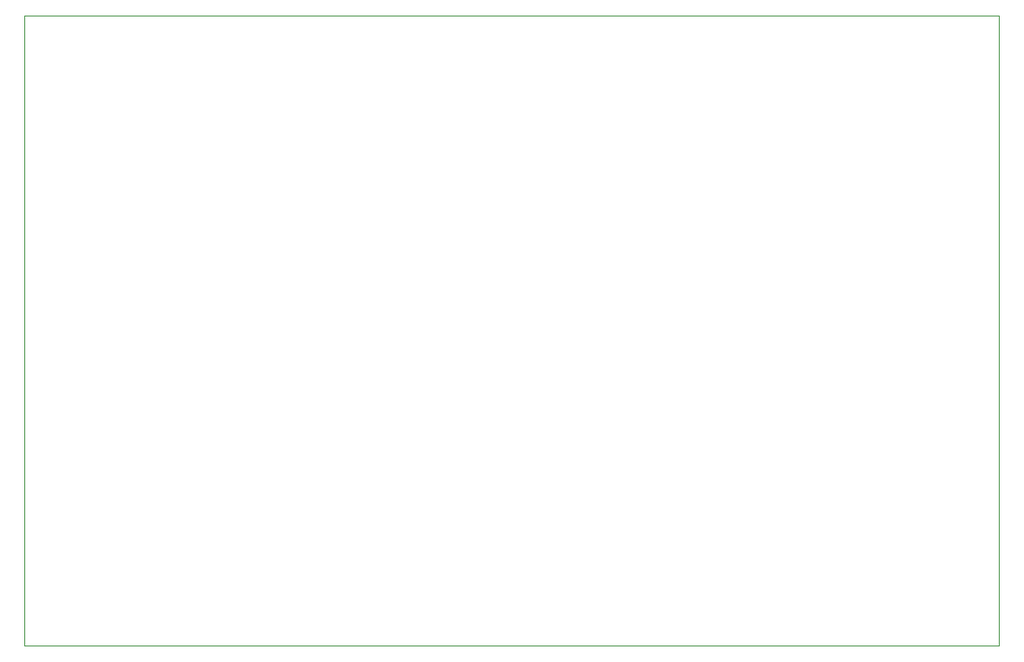
<source format=gbr>
G04 #@! TF.GenerationSoftware,KiCad,Pcbnew,(5.1.5)-3*
G04 #@! TF.CreationDate,2020-05-01T11:25:14-05:00*
G04 #@! TF.ProjectId,45-1591-1,34352d31-3539-4312-9d31-2e6b69636164,rev?*
G04 #@! TF.SameCoordinates,Original*
G04 #@! TF.FileFunction,Profile,NP*
%FSLAX46Y46*%
G04 Gerber Fmt 4.6, Leading zero omitted, Abs format (unit mm)*
G04 Created by KiCad (PCBNEW (5.1.5)-3) date 2020-05-01 11:25:14*
%MOMM*%
%LPD*%
G04 APERTURE LIST*
%ADD10C,0.050000*%
G04 APERTURE END LIST*
D10*
X58526500Y-121704100D02*
X58526500Y-60114100D01*
X153606500Y-121704100D02*
X153606500Y-60114100D01*
X58526500Y-121704100D02*
X153606500Y-121704100D01*
X58526500Y-60114100D02*
X153606500Y-60114100D01*
M02*

</source>
